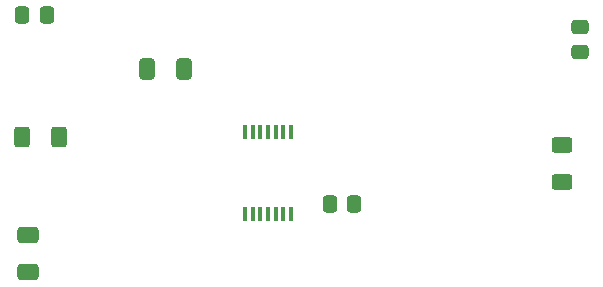
<source format=gbr>
%TF.GenerationSoftware,KiCad,Pcbnew,9.0.0*%
%TF.CreationDate,2025-03-14T11:53:48-04:00*%
%TF.ProjectId,RGB Clock Controller,52474220-436c-46f6-936b-20436f6e7472,rev?*%
%TF.SameCoordinates,Original*%
%TF.FileFunction,Paste,Top*%
%TF.FilePolarity,Positive*%
%FSLAX46Y46*%
G04 Gerber Fmt 4.6, Leading zero omitted, Abs format (unit mm)*
G04 Created by KiCad (PCBNEW 9.0.0) date 2025-03-14 11:53:48*
%MOMM*%
%LPD*%
G01*
G04 APERTURE LIST*
G04 Aperture macros list*
%AMRoundRect*
0 Rectangle with rounded corners*
0 $1 Rounding radius*
0 $2 $3 $4 $5 $6 $7 $8 $9 X,Y pos of 4 corners*
0 Add a 4 corners polygon primitive as box body*
4,1,4,$2,$3,$4,$5,$6,$7,$8,$9,$2,$3,0*
0 Add four circle primitives for the rounded corners*
1,1,$1+$1,$2,$3*
1,1,$1+$1,$4,$5*
1,1,$1+$1,$6,$7*
1,1,$1+$1,$8,$9*
0 Add four rect primitives between the rounded corners*
20,1,$1+$1,$2,$3,$4,$5,0*
20,1,$1+$1,$4,$5,$6,$7,0*
20,1,$1+$1,$6,$7,$8,$9,0*
20,1,$1+$1,$8,$9,$2,$3,0*%
G04 Aperture macros list end*
%ADD10RoundRect,0.250000X-0.475000X0.337500X-0.475000X-0.337500X0.475000X-0.337500X0.475000X0.337500X0*%
%ADD11RoundRect,0.250000X0.650000X-0.412500X0.650000X0.412500X-0.650000X0.412500X-0.650000X-0.412500X0*%
%ADD12RoundRect,0.250000X0.412500X0.650000X-0.412500X0.650000X-0.412500X-0.650000X0.412500X-0.650000X0*%
%ADD13RoundRect,0.250000X-0.400000X-0.625000X0.400000X-0.625000X0.400000X0.625000X-0.400000X0.625000X0*%
%ADD14R,0.400000X1.200000*%
%ADD15RoundRect,0.250000X0.337500X0.475000X-0.337500X0.475000X-0.337500X-0.475000X0.337500X-0.475000X0*%
%ADD16RoundRect,0.250000X-0.625000X0.400000X-0.625000X-0.400000X0.625000X-0.400000X0.625000X0.400000X0*%
G04 APERTURE END LIST*
D10*
%TO.C,C5*%
X115824000Y-59944000D03*
X115824000Y-62019000D03*
%TD*%
D11*
%TO.C,C3*%
X69088000Y-80705000D03*
X69088000Y-77580000D03*
%TD*%
D12*
%TO.C,C1*%
X82296000Y-63500000D03*
X79171000Y-63500000D03*
%TD*%
D13*
%TO.C,R1*%
X68580000Y-69215000D03*
X71680000Y-69215000D03*
%TD*%
D14*
%TO.C,U2*%
X91358000Y-68834000D03*
X90708000Y-68834000D03*
X90058000Y-68834000D03*
X89408000Y-68834000D03*
X88758000Y-68834000D03*
X88108000Y-68834000D03*
X87458000Y-68834000D03*
X87458000Y-75734000D03*
X88108000Y-75734000D03*
X88758000Y-75734000D03*
X89408000Y-75734000D03*
X90058000Y-75734000D03*
X90708000Y-75734000D03*
X91358000Y-75734000D03*
%TD*%
D15*
%TO.C,C2*%
X96690000Y-74930000D03*
X94615000Y-74930000D03*
%TD*%
%TO.C,C4*%
X70655000Y-58928000D03*
X68580000Y-58928000D03*
%TD*%
D16*
%TO.C,R4*%
X114300000Y-69925000D03*
X114300000Y-73025000D03*
%TD*%
M02*

</source>
